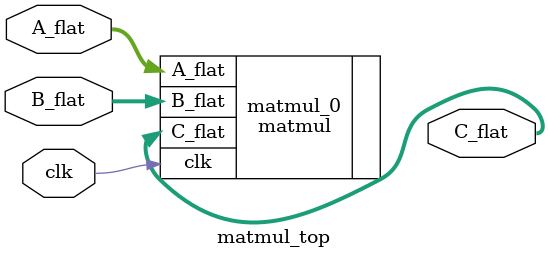
<source format=v>

module matmul_top #(
  parameter N     = 4,
  parameter WIDTH = 4
)(
  input  wire clk,
  input  wire [N*N*WIDTH-1:0] A_flat,
  input  wire [N*N*WIDTH-1:0] B_flat,
  output wire [N*N*WIDTH-1:0] C_flat
);
  matmul #(
    .N      (N    ), 
    .WIDTH  (WIDTH)
  ) matmul_0 (
    .clk    (clk   ),
    .A_flat (A_flat),
    .B_flat (B_flat),
    .C_flat (C_flat)
  );
endmodule
</source>
